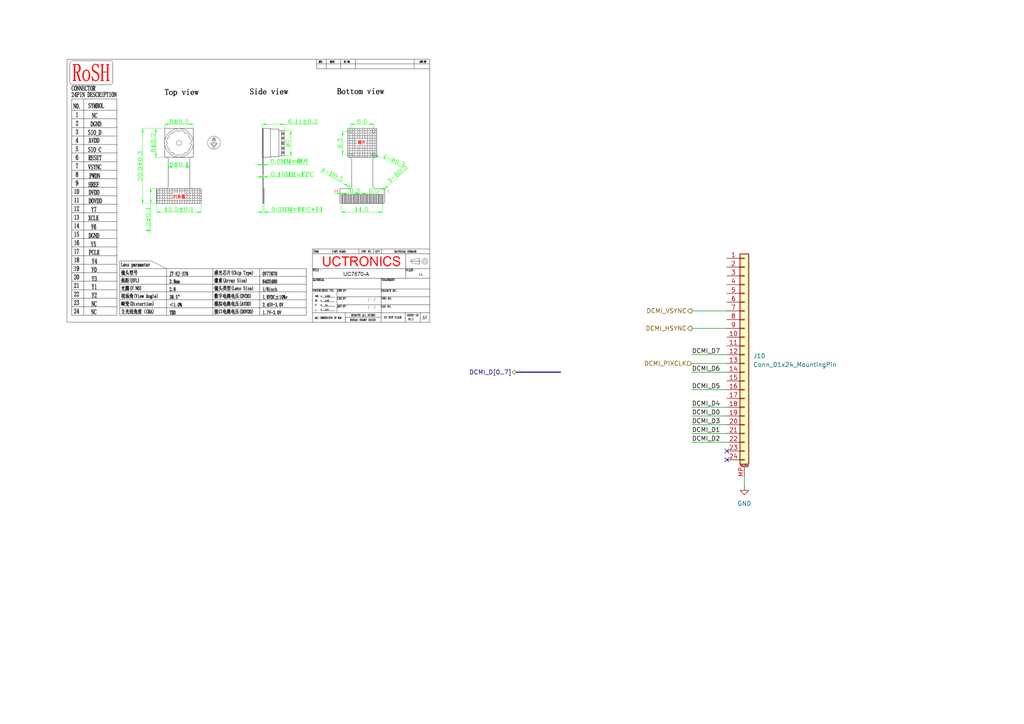
<source format=kicad_sch>
(kicad_sch (version 20231120) (generator "eeschema") (generator_version "8.0")
  (paper "A4")
  (lib_symbols
    (symbol "Connector_Generic_MountingPin:Conn_01x24_MountingPin" (pin_names (offset 1.016) hide)
      (property "Reference" "J" (at 0 30.48 0))
      (property "Value" "Conn_01x24_MountingPin" (at 1.27 -33.02 0))
      (symbol "Conn_01x24_MountingPin_1_1"
        (rectangle (start -1.27 -30.353) (end 0 -30.607) (stroke (width 0.1524)))
        (rectangle (start -1.27 -27.813) (end 0 -28.067) (stroke (width 0.1524)))
        (rectangle (start -1.27 -25.273) (end 0 -25.527) (stroke (width 0.1524)))
        (rectangle (start -1.27 -22.733) (end 0 -22.987) (stroke (width 0.1524)))
        (rectangle (start -1.27 -20.193) (end 0 -20.447) (stroke (width 0.1524)))
        (rectangle (start -1.27 -17.653) (end 0 -17.907) (stroke (width 0.1524)))
        (rectangle (start -1.27 -15.113) (end 0 -15.367) (stroke (width 0.1524)))
        (rectangle (start -1.27 -12.573) (end 0 -12.827) (stroke (width 0.1524)))
        (rectangle (start -1.27 -10.033) (end 0 -10.287) (stroke (width 0.1524)))
        (rectangle (start -1.27 -7.493) (end 0 -7.747) (stroke (width 0.1524)))
        (rectangle (start -1.27 -4.953) (end 0 -5.207) (stroke (width 0.1524)))
        (rectangle (start -1.27 -2.413) (end 0 -2.667) (stroke (width 0.1524)))
        (rectangle (start -1.27 0.127) (end 0 -0.127) (stroke (width 0.1524)))
        (rectangle (start -1.27 2.667) (end 0 2.413) (stroke (width 0.1524)))
        (rectangle (start -1.27 5.207) (end 0 4.953) (stroke (width 0.1524)))
        (rectangle (start -1.27 7.747) (end 0 7.493) (stroke (width 0.1524)))
        (rectangle (start -1.27 10.287) (end 0 10.033) (stroke (width 0.1524)))
        (rectangle (start -1.27 12.827) (end 0 12.573) (stroke (width 0.1524)))
        (rectangle (start -1.27 15.367) (end 0 15.113) (stroke (width 0.1524)))
        (rectangle (start -1.27 17.907) (end 0 17.653) (stroke (width 0.1524)))
        (rectangle (start -1.27 20.447) (end 0 20.193) (stroke (width 0.1524)))
        (rectangle (start -1.27 22.987) (end 0 22.733) (stroke (width 0.1524)))
        (rectangle (start -1.27 25.527) (end 0 25.273) (stroke (width 0.1524)))
        (rectangle (start -1.27 28.067) (end 0 27.813) (stroke (width 0.1524)))
        (rectangle (start -1.27 29.21) (end 1.27 -31.75) (stroke (width 0.254)) (fill (type background)))
        (polyline (pts (xy -1.016 -32.512) (xy 1.016 -32.512)) (stroke (width 0.1524)))
        (text "Mounting" (at 0 -32.131 0) (effects (font (size 0.381 0.381))))
        (pin passive line (at -5.08 27.94 0) (length 3.81) (name "Pin_1") (number "1"))
        (pin passive line (at -5.08 5.08 0) (length 3.81) (name "Pin_10") (number "10"))
        (pin passive line (at -5.08 2.54 0) (length 3.81) (name "Pin_11") (number "11"))
        (pin passive line (at -5.08 0 0) (length 3.81) (name "Pin_12") (number "12"))
        (pin passive line (at -5.08 -2.54 0) (length 3.81) (name "Pin_13") (number "13"))
        (pin passive line (at -5.08 -5.08 0) (length 3.81) (name "Pin_14") (number "14"))
        (pin passive line (at -5.08 -7.62 0) (length 3.81) (name "Pin_15") (number "15"))
        (pin passive line (at -5.08 -10.16 0) (length 3.81) (name "Pin_16") (number "16"))
        (pin passive line (at -5.08 -12.7 0) (length 3.81) (name "Pin_17") (number "17"))
        (pin passive line (at -5.08 -15.24 0) (length 3.81) (name "Pin_18") (number "18"))
        (pin passive line (at -5.08 -17.78 0) (length 3.81) (name "Pin_19") (number "19"))
        (pin passive line (at -5.08 25.4 0) (length 3.81) (name "Pin_2") (number "2"))
        (pin passive line (at -5.08 -20.32 0) (length 3.81) (name "Pin_20") (number "20"))
        (pin passive line (at -5.08 -22.86 0) (length 3.81) (name "Pin_21") (number "21"))
        (pin passive line (at -5.08 -25.4 0) (length 3.81) (name "Pin_22") (number "22"))
        (pin passive line (at -5.08 -27.94 0) (length 3.81) (name "Pin_23") (number "23"))
        (pin passive line (at -5.08 -30.48 0) (length 3.81) (name "Pin_24") (number "24"))
        (pin passive line (at -5.08 22.86 0) (length 3.81) (name "Pin_3") (number "3"))
        (pin passive line (at -5.08 20.32 0) (length 3.81) (name "Pin_4") (number "4"))
        (pin passive line (at -5.08 17.78 0) (length 3.81) (name "Pin_5") (number "5"))
        (pin passive line (at -5.08 15.24 0) (length 3.81) (name "Pin_6") (number "6"))
        (pin passive line (at -5.08 12.7 0) (length 3.81) (name "Pin_7") (number "7"))
        (pin passive line (at -5.08 10.16 0) (length 3.81) (name "Pin_8") (number "8"))
        (pin passive line (at -5.08 7.62 0) (length 3.81) (name "Pin_9") (number "9"))
        (pin passive line (at 0 -35.56 90) (length 3.048) (name "MountPin") (number "MP"))
      )
    )
    (symbol "power:GND" (power) (pin_names (offset 0))
      (property "Value" "GND" (at 0 -3.81 0))
      (symbol "GND_0_1"
        (polyline (pts (xy 0 0) (xy 0 -1.27) (xy 1.27 -1.27) (xy 0 -2.54) (xy -1.27 -1.27) (xy 0 -1.27)))
      )
      (symbol "GND_1_1"
        (pin power_in line (at 0 0 270) (length 0) hide (name "GND") (number "1"))
      )
    )
  )
  (no_connect (at 210.82 130.81))
  (no_connect (at 210.82 133.35))
  (wire (pts (xy 200.66 113.03) (xy 210.82 113.03)))
  (bus (pts (xy 149.86 107.95) (xy 162.56 107.95)))
  (wire (pts (xy 215.9 140.97) (xy 215.9 138.43)))
  (wire (pts (xy 200.66 95.25) (xy 210.82 95.25)))
  (wire (pts (xy 200.66 90.17) (xy 210.82 90.17)))
  (wire (pts (xy 200.66 118.11) (xy 210.82 118.11)))
  (wire (pts (xy 200.66 105.41) (xy 210.82 105.41)))
  (wire (pts (xy 200.66 128.27) (xy 210.82 128.27)))
  (wire (pts (xy 200.66 120.65) (xy 210.82 120.65)))
  (wire (pts (xy 200.66 125.73) (xy 210.82 125.73)))
  (wire (pts (xy 200.66 107.95) (xy 210.82 107.95)))
  (wire (pts (xy 200.66 123.19) (xy 210.82 123.19)))
  (wire (pts (xy 200.66 102.87) (xy 210.82 102.87)))
  (image (at 71.12 54.61))
  (label "DCMI_D6" (at 200.66 107.95 0))
  (label "DCMI_D7" (at 200.66 102.87 0))
  (label "DCMI_D1" (at 200.66 125.73 0))
  (label "DCMI_D0" (at 200.66 120.65 0))
  (label "DCMI_D2" (at 200.66 128.27 0))
  (label "DCMI_D5" (at 200.66 113.03 0))
  (label "DCMI_D3" (at 200.66 123.19 0))
  (label "DCMI_D4" (at 200.66 118.11 0))
  (hierarchical_label "DCMI_D[0..7]" (shape bidirectional) (at 149.86 107.95 180))
  (hierarchical_label "DCMI_HSYNC" (shape output) (at 200.66 95.25 180))
  (hierarchical_label "DCMI_PIXCLK" (shape input) (at 200.66 105.41 180))
  (hierarchical_label "DCMI_VSYNC" (shape output) (at 200.66 90.17 180))
  (symbol (lib_id "power:GND") (at 215.9 140.97 0) (unit 1)
    (property "Reference" "#PWR051" (effects (hide yes)))
    (property "Value" "GND" (at 215.9 146.05 0))
    (property "Description" "Power symbol creates a global label with name \"GND\" , ground" (effects (hide yes)))
  )
  (symbol (lib_id "Connector_Generic_MountingPin:Conn_01x24_MountingPin") (at 215.9 102.87 0) (unit 1)
    (property "Reference" "J10" (at 218.44 103.2255 0) (effects (justify left)))
    (property "Value" "Conn_01x24_MountingPin" (at 218.44 105.7655 0) (effects (justify left)))
    (property "Footprint" "Connector_FFC-FPC:Hirose_FH12-24S-0.5SH_1x24-1MP_P0.50mm_Horizontal" (effects (hide yes)))
    (property "Description" "Generic connectable mounting pin connector, single row, 01x24, script generated (kicad-library-utils/schlib/autogen/connector/)" (effects (hide yes)))
    (property "JLCPCB Part #" "C262683" (effects (hide yes)))
  )
)
</source>
